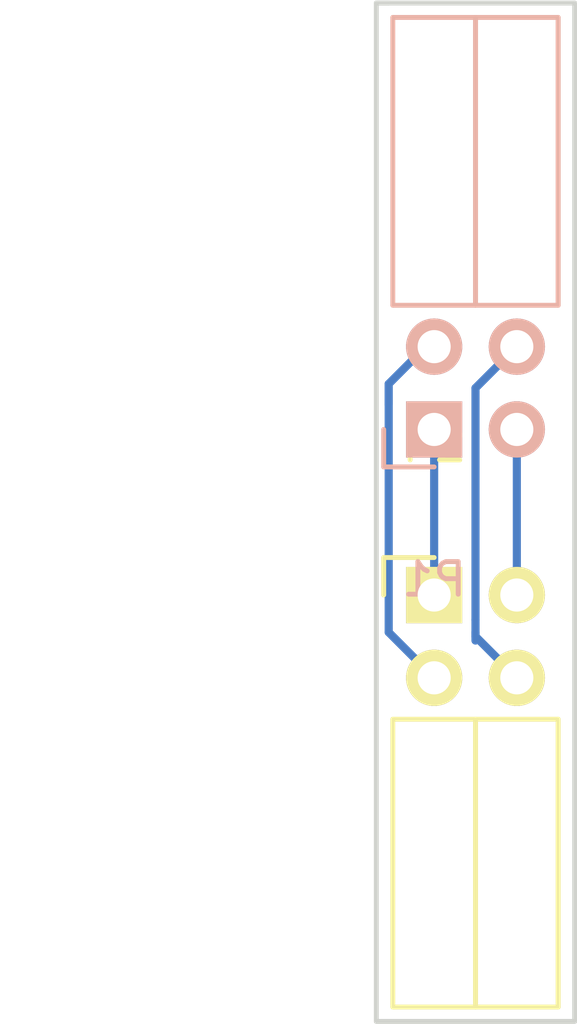
<source format=kicad_pcb>
(kicad_pcb (version 4) (host pcbnew 4.0.2-stable)

  (general
    (links 4)
    (no_connects 0)
    (area 146.736999 84.506999 158.063001 116.153001)
    (thickness 1.6)
    (drawings 5)
    (tracks 18)
    (zones 0)
    (modules 2)
    (nets 5)
  )

  (page A4)
  (layers
    (0 F.Cu signal)
    (31 B.Cu signal)
    (32 B.Adhes user)
    (33 F.Adhes user)
    (34 B.Paste user)
    (35 F.Paste user)
    (36 B.SilkS user)
    (37 F.SilkS user)
    (38 B.Mask user)
    (39 F.Mask user)
    (40 Dwgs.User user)
    (41 Cmts.User user)
    (42 Eco1.User user)
    (43 Eco2.User user)
    (44 Edge.Cuts user)
    (45 Margin user)
    (46 B.CrtYd user)
    (47 F.CrtYd user)
    (48 B.Fab user)
    (49 F.Fab user)
  )

  (setup
    (last_trace_width 0.25)
    (trace_clearance 0.2)
    (zone_clearance 0.508)
    (zone_45_only no)
    (trace_min 0.2)
    (segment_width 0.2)
    (edge_width 0.15)
    (via_size 0.6)
    (via_drill 0.4)
    (via_min_size 0.4)
    (via_min_drill 0.3)
    (uvia_size 0.3)
    (uvia_drill 0.1)
    (uvias_allowed no)
    (uvia_min_size 0.2)
    (uvia_min_drill 0.1)
    (pcb_text_width 0.3)
    (pcb_text_size 1.5 1.5)
    (mod_edge_width 0.15)
    (mod_text_size 1 1)
    (mod_text_width 0.15)
    (pad_size 1.524 1.524)
    (pad_drill 0.762)
    (pad_to_mask_clearance 0.2)
    (aux_axis_origin 0 0)
    (visible_elements 7FFFFFFF)
    (pcbplotparams
      (layerselection 0x00030_80000001)
      (usegerberextensions false)
      (excludeedgelayer true)
      (linewidth 0.100000)
      (plotframeref false)
      (viasonmask false)
      (mode 1)
      (useauxorigin false)
      (hpglpennumber 1)
      (hpglpenspeed 20)
      (hpglpendiameter 15)
      (hpglpenoverlay 2)
      (psnegative false)
      (psa4output false)
      (plotreference true)
      (plotvalue true)
      (plotinvisibletext false)
      (padsonsilk false)
      (subtractmaskfromsilk false)
      (outputformat 2)
      (mirror false)
      (drillshape 0)
      (scaleselection 1)
      (outputdirectory ""))
  )

  (net 0 "")
  (net 1 "Net-(P1-Pad1)")
  (net 2 "Net-(P1-Pad2)")
  (net 3 "Net-(P1-Pad3)")
  (net 4 "Net-(P1-Pad4)")

  (net_class Default "Esta es la clase de red por defecto."
    (clearance 0.2)
    (trace_width 0.25)
    (via_dia 0.6)
    (via_drill 0.4)
    (uvia_dia 0.3)
    (uvia_drill 0.1)
    (add_net "Net-(P1-Pad1)")
    (add_net "Net-(P1-Pad2)")
    (add_net "Net-(P1-Pad3)")
    (add_net "Net-(P1-Pad4)")
  )

  (module Socket_Strips:Socket_Strip_Angled_2x02 (layer B.Cu) (tedit 56E589C5) (tstamp 56E58960)
    (at 148.59 97.79)
    (descr "Through hole socket strip")
    (tags "socket strip")
    (path /56E58A22)
    (fp_text reference P1 (at 0 4.6) (layer B.SilkS)
      (effects (font (size 1 1) (thickness 0.15)) (justify mirror))
    )
    (fp_text value CONN_02X02 (at -8.001 7.62) (layer B.Fab)
      (effects (font (size 1 1) (thickness 0.15)) (justify mirror))
    )
    (fp_line (start -1.75 1.35) (end -1.75 -13.15) (layer B.CrtYd) (width 0.05))
    (fp_line (start 4.3 1.35) (end 4.3 -13.15) (layer B.CrtYd) (width 0.05))
    (fp_line (start -1.75 1.35) (end 4.3 1.35) (layer B.CrtYd) (width 0.05))
    (fp_line (start -1.75 -13.15) (end 4.3 -13.15) (layer B.CrtYd) (width 0.05))
    (fp_line (start 3.81 -12.64) (end 3.81 -3.81) (layer B.SilkS) (width 0.15))
    (fp_line (start 1.27 -12.64) (end 3.81 -12.64) (layer B.SilkS) (width 0.15))
    (fp_line (start 1.27 -3.81) (end 3.81 -3.81) (layer B.SilkS) (width 0.15))
    (fp_line (start 3.81 -3.81) (end 3.81 -12.64) (layer B.SilkS) (width 0.15))
    (fp_line (start 1.27 -3.81) (end 1.27 -12.64) (layer B.SilkS) (width 0.15))
    (fp_line (start -1.27 -3.81) (end 1.27 -3.81) (layer B.SilkS) (width 0.15))
    (fp_line (start 0 1.15) (end -1.55 1.15) (layer B.SilkS) (width 0.15))
    (fp_line (start -1.55 1.15) (end -1.55 0) (layer B.SilkS) (width 0.15))
    (fp_line (start -1.27 -3.81) (end -1.27 -12.64) (layer B.SilkS) (width 0.15))
    (fp_line (start -1.27 -12.64) (end 1.27 -12.64) (layer B.SilkS) (width 0.15))
    (fp_line (start 1.27 -12.64) (end 1.27 -3.81) (layer B.SilkS) (width 0.15))
    (pad 1 thru_hole rect (at 0 0) (size 1.7272 1.7272) (drill 1.016) (layers *.Cu *.Mask B.SilkS)
      (net 1 "Net-(P1-Pad1)"))
    (pad 2 thru_hole oval (at 0 -2.54) (size 1.7272 1.7272) (drill 1.016) (layers *.Cu *.Mask B.SilkS)
      (net 2 "Net-(P1-Pad2)"))
    (pad 3 thru_hole oval (at 2.54 0) (size 1.7272 1.7272) (drill 1.016) (layers *.Cu *.Mask B.SilkS)
      (net 3 "Net-(P1-Pad3)"))
    (pad 4 thru_hole oval (at 2.54 -2.54) (size 1.7272 1.7272) (drill 1.016) (layers *.Cu *.Mask B.SilkS)
      (net 4 "Net-(P1-Pad4)"))
    (model Socket_Strips.3dshapes/Socket_Strip_Angled_2x02.wrl
      (at (xyz 0.05 -0.05 0))
      (scale (xyz 1 1 1))
      (rotate (xyz 0 0 180))
    )
  )

  (module Socket_Strips:Socket_Strip_Angled_2x02 (layer F.Cu) (tedit 56E589C7) (tstamp 56E58967)
    (at 148.59 102.87)
    (descr "Through hole socket strip")
    (tags "socket strip")
    (path /56E588C1)
    (fp_text reference P2 (at 0 -4.6) (layer F.SilkS)
      (effects (font (size 1 1) (thickness 0.15)))
    )
    (fp_text value CONN_02X02 (at -8.382 -5.334) (layer F.Fab)
      (effects (font (size 1 1) (thickness 0.15)))
    )
    (fp_line (start -1.75 -1.35) (end -1.75 13.15) (layer F.CrtYd) (width 0.05))
    (fp_line (start 4.3 -1.35) (end 4.3 13.15) (layer F.CrtYd) (width 0.05))
    (fp_line (start -1.75 -1.35) (end 4.3 -1.35) (layer F.CrtYd) (width 0.05))
    (fp_line (start -1.75 13.15) (end 4.3 13.15) (layer F.CrtYd) (width 0.05))
    (fp_line (start 3.81 12.64) (end 3.81 3.81) (layer F.SilkS) (width 0.15))
    (fp_line (start 1.27 12.64) (end 3.81 12.64) (layer F.SilkS) (width 0.15))
    (fp_line (start 1.27 3.81) (end 3.81 3.81) (layer F.SilkS) (width 0.15))
    (fp_line (start 3.81 3.81) (end 3.81 12.64) (layer F.SilkS) (width 0.15))
    (fp_line (start 1.27 3.81) (end 1.27 12.64) (layer F.SilkS) (width 0.15))
    (fp_line (start -1.27 3.81) (end 1.27 3.81) (layer F.SilkS) (width 0.15))
    (fp_line (start 0 -1.15) (end -1.55 -1.15) (layer F.SilkS) (width 0.15))
    (fp_line (start -1.55 -1.15) (end -1.55 0) (layer F.SilkS) (width 0.15))
    (fp_line (start -1.27 3.81) (end -1.27 12.64) (layer F.SilkS) (width 0.15))
    (fp_line (start -1.27 12.64) (end 1.27 12.64) (layer F.SilkS) (width 0.15))
    (fp_line (start 1.27 12.64) (end 1.27 3.81) (layer F.SilkS) (width 0.15))
    (pad 1 thru_hole rect (at 0 0) (size 1.7272 1.7272) (drill 1.016) (layers *.Cu *.Mask F.SilkS)
      (net 1 "Net-(P1-Pad1)"))
    (pad 2 thru_hole oval (at 0 2.54) (size 1.7272 1.7272) (drill 1.016) (layers *.Cu *.Mask F.SilkS)
      (net 2 "Net-(P1-Pad2)"))
    (pad 3 thru_hole oval (at 2.54 0) (size 1.7272 1.7272) (drill 1.016) (layers *.Cu *.Mask F.SilkS)
      (net 3 "Net-(P1-Pad3)"))
    (pad 4 thru_hole oval (at 2.54 2.54) (size 1.7272 1.7272) (drill 1.016) (layers *.Cu *.Mask F.SilkS)
      (net 4 "Net-(P1-Pad4)"))
    (model Socket_Strips.3dshapes/Socket_Strip_Angled_2x02.wrl
      (at (xyz 0.05 -0.05 0))
      (scale (xyz 1 1 1))
      (rotate (xyz 0 0 180))
    )
  )

  (gr_line (start 146.812 84.709) (end 147.193 84.709) (angle 90) (layer Edge.Cuts) (width 0.15))
  (gr_line (start 146.812 115.951) (end 146.812 84.709) (angle 90) (layer Edge.Cuts) (width 0.15))
  (gr_line (start 152.908 84.709) (end 152.908 115.951) (angle 90) (layer Edge.Cuts) (width 0.15))
  (gr_line (start 146.812 115.951) (end 152.908 115.951) (angle 90) (layer Edge.Cuts) (width 0.15))
  (gr_line (start 146.812 84.709) (end 152.908 84.709) (angle 90) (layer Edge.Cuts) (width 0.15))

  (segment (start 148.59 97.79) (end 148.59 102.87) (width 0.25) (layer B.Cu) (net 1))
  (segment (start 148.59 95.25) (end 148.336 95.25) (width 0.25) (layer B.Cu) (net 2))
  (segment (start 148.336 95.25) (end 147.193 96.393) (width 0.25) (layer B.Cu) (net 2) (tstamp 56E4A682))
  (segment (start 148.59 105.41) (end 147.193 104.013) (width 0.25) (layer B.Cu) (net 2))
  (segment (start 147.193 104.013) (end 147.193 96.393) (width 0.25) (layer B.Cu) (net 2) (tstamp 56E4A725))
  (segment (start 147.193 96.393) (end 147.193 97.028) (width 0.25) (layer B.Cu) (net 2) (tstamp 56E4A688))
  (segment (start 147.193 97.028) (end 147.193 96.901) (width 0.25) (layer B.Cu) (net 2) (tstamp 56E4A68B))
  (segment (start 148.59 105.41) (end 148.082 105.41) (width 0.25) (layer B.Cu) (net 2))
  (segment (start 148.59 105.41) (end 148.59 105.283) (width 0.25) (layer B.Cu) (net 2))
  (segment (start 151.13 97.79) (end 151.13 102.87) (width 0.25) (layer B.Cu) (net 3))
  (segment (start 149.86 96.52) (end 151.13 95.25) (width 0.25) (layer B.Cu) (net 4) (tstamp 56E4A620))
  (segment (start 149.86 103.632) (end 149.86 96.52) (width 0.25) (layer B.Cu) (net 4) (tstamp 56E4A61C))
  (segment (start 149.86 104.013) (end 149.86 104.14) (width 0.25) (layer B.Cu) (net 4))
  (segment (start 149.86 104.14) (end 151.13 105.41) (width 0.25) (layer B.Cu) (net 4) (tstamp 56E4A6A7))
  (segment (start 151.13 105.41) (end 151.003 105.41) (width 0.25) (layer B.Cu) (net 4))
  (segment (start 149.86 104.267) (end 149.86 104.013) (width 0.25) (layer B.Cu) (net 4) (tstamp 56E4A64A))
  (segment (start 149.86 104.013) (end 149.86 103.632) (width 0.25) (layer B.Cu) (net 4) (tstamp 56E4A6A5))
  (segment (start 151.13 105.41) (end 151.13 104.902) (width 0.25) (layer B.Cu) (net 4))

)

</source>
